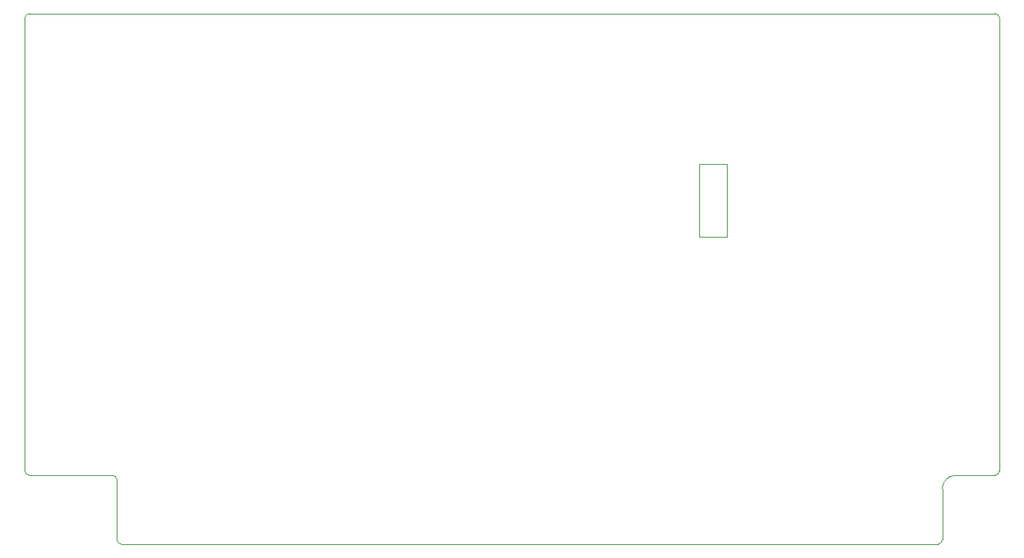
<source format=gbr>
%TF.GenerationSoftware,KiCad,Pcbnew,7.0.11*%
%TF.CreationDate,2024-03-22T09:44:27+01:00*%
%TF.ProjectId,kim-1-programmable-memory,6b696d2d-312d-4707-926f-6772616d6d61,rev?*%
%TF.SameCoordinates,Original*%
%TF.FileFunction,Profile,NP*%
%FSLAX46Y46*%
G04 Gerber Fmt 4.6, Leading zero omitted, Abs format (unit mm)*
G04 Created by KiCad (PCBNEW 7.0.11) date 2024-03-22 09:44:27*
%MOMM*%
%LPD*%
G01*
G04 APERTURE LIST*
%TA.AperFunction,Profile*%
%ADD10C,0.100000*%
%TD*%
%TA.AperFunction,Profile*%
%ADD11C,0.050000*%
%TD*%
G04 APERTURE END LIST*
D10*
X51300000Y-155700000D02*
G75*
G03*
X51800000Y-156200000I500000J0D01*
G01*
X158300000Y-105200000D02*
X51800000Y-105200000D01*
X158300000Y-156200000D02*
G75*
G03*
X158800000Y-155700000I0J500000D01*
G01*
D11*
X125680000Y-121790000D02*
X128700000Y-121790000D01*
X128700000Y-129870000D01*
X125680000Y-129870000D01*
X125680000Y-121790000D01*
D10*
X152490000Y-163320000D02*
X152490000Y-157700000D01*
X61460000Y-156700000D02*
G75*
G03*
X60960000Y-156200000I-500000J0D01*
G01*
X51800000Y-156200000D02*
X60960000Y-156200000D01*
X51300000Y-105700000D02*
X51300000Y-155700000D01*
X153990000Y-156200000D02*
X158300000Y-156200000D01*
X51800000Y-105200000D02*
G75*
G03*
X51300000Y-105700000I0J-500000D01*
G01*
X61460000Y-163320000D02*
G75*
G03*
X61960000Y-163820000I500000J0D01*
G01*
X61960000Y-163820000D02*
X151990000Y-163820000D01*
X158800000Y-105700000D02*
G75*
G03*
X158300000Y-105200000I-500000J0D01*
G01*
X158800000Y-155700000D02*
X158800000Y-105700000D01*
X153990000Y-156200000D02*
G75*
G03*
X152490000Y-157700000I0J-1500000D01*
G01*
X61460000Y-156700000D02*
X61460000Y-163320000D01*
X151990000Y-163820000D02*
G75*
G03*
X152490000Y-163320000I0J500000D01*
G01*
M02*

</source>
